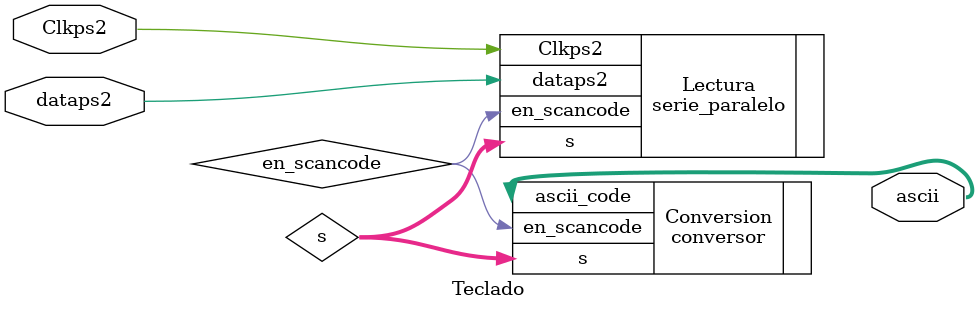
<source format=v>
module Teclado(	input wire Clkps2,
		input wire dataps2,
		output wire [6:0] ascii );


		wire [7:0] s;
		wire en_scancode;

serie_paralelo Lectura(.Clkps2(Clkps2),.dataps2(dataps2),.s(s), .en_scancode(en_scancode));

conversor Conversion(.s(s), .ascii_code(ascii), .en_scancode(en_scancode));



endmodule

</source>
